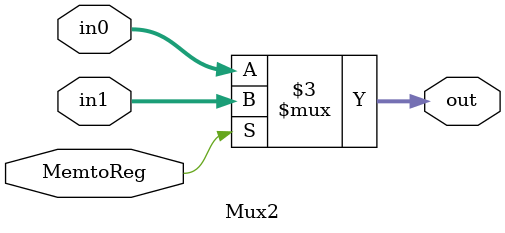
<source format=v>
`timescale 1ns / 1ps


module Mux2(out,MemtoReg,in1, in0);
    input [64:0] in1, in0;
    input MemtoReg;
    output reg  [64:0] out;
    
always @(MemtoReg or in1 or in0) begin    
    if(MemtoReg) begin
        out <= in1; 
    end
    else begin
        out <= in0;
    end
end  
    
    
endmodule

</source>
